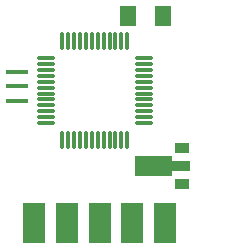
<source format=gbr>
%TF.GenerationSoftware,KiCad,Pcbnew,7.0.9*%
%TF.CreationDate,2024-03-27T20:05:08+00:00*%
%TF.ProjectId,USBHIDAdapter,55534248-4944-4416-9461-707465722e6b,rev?*%
%TF.SameCoordinates,Original*%
%TF.FileFunction,Paste,Top*%
%TF.FilePolarity,Positive*%
%FSLAX46Y46*%
G04 Gerber Fmt 4.6, Leading zero omitted, Abs format (unit mm)*
G04 Created by KiCad (PCBNEW 7.0.9) date 2024-03-27 20:05:08*
%MOMM*%
%LPD*%
G01*
G04 APERTURE LIST*
G04 Aperture macros list*
%AMRoundRect*
0 Rectangle with rounded corners*
0 $1 Rounding radius*
0 $2 $3 $4 $5 $6 $7 $8 $9 X,Y pos of 4 corners*
0 Add a 4 corners polygon primitive as box body*
4,1,4,$2,$3,$4,$5,$6,$7,$8,$9,$2,$3,0*
0 Add four circle primitives for the rounded corners*
1,1,$1+$1,$2,$3*
1,1,$1+$1,$4,$5*
1,1,$1+$1,$6,$7*
1,1,$1+$1,$8,$9*
0 Add four rect primitives between the rounded corners*
20,1,$1+$1,$2,$3,$4,$5,0*
20,1,$1+$1,$4,$5,$6,$7,0*
20,1,$1+$1,$6,$7,$8,$9,0*
20,1,$1+$1,$8,$9,$2,$3,0*%
%AMFreePoly0*
4,1,9,3.862500,-0.866500,0.737500,-0.866500,0.737500,-0.450000,-0.737500,-0.450000,-0.737500,0.450000,0.737500,0.450000,0.737500,0.866500,3.862500,0.866500,3.862500,-0.866500,3.862500,-0.866500,$1*%
G04 Aperture macros list end*
%ADD10R,1.900000X0.400000*%
%ADD11RoundRect,0.250001X-0.462499X-0.624999X0.462499X-0.624999X0.462499X0.624999X-0.462499X0.624999X0*%
%ADD12R,1.846667X3.480000*%
%ADD13RoundRect,0.075000X-0.662500X-0.075000X0.662500X-0.075000X0.662500X0.075000X-0.662500X0.075000X0*%
%ADD14RoundRect,0.075000X-0.075000X-0.662500X0.075000X-0.662500X0.075000X0.662500X-0.075000X0.662500X0*%
%ADD15R,1.300000X0.900000*%
%ADD16FreePoly0,180.000000*%
G04 APERTURE END LIST*
D10*
%TO.C,Y1*%
X123164600Y-91090600D03*
X123164600Y-89890600D03*
X123164600Y-88690600D03*
%TD*%
D11*
%TO.C,F1*%
X132573700Y-83947000D03*
X135548700Y-83947000D03*
%TD*%
D12*
%TO.C,J1*%
X124635000Y-101498400D03*
X127405000Y-101498400D03*
X130175000Y-101498400D03*
X132945000Y-101498400D03*
X135715000Y-101498400D03*
%TD*%
D13*
%TO.C,U1*%
X125606100Y-87496200D03*
X125606100Y-87996200D03*
X125606100Y-88496200D03*
X125606100Y-88996200D03*
X125606100Y-89496200D03*
X125606100Y-89996200D03*
X125606100Y-90496200D03*
X125606100Y-90996200D03*
X125606100Y-91496200D03*
X125606100Y-91996200D03*
X125606100Y-92496200D03*
X125606100Y-92996200D03*
D14*
X127018600Y-94408700D03*
X127518600Y-94408700D03*
X128018600Y-94408700D03*
X128518600Y-94408700D03*
X129018600Y-94408700D03*
X129518600Y-94408700D03*
X130018600Y-94408700D03*
X130518600Y-94408700D03*
X131018600Y-94408700D03*
X131518600Y-94408700D03*
X132018600Y-94408700D03*
X132518600Y-94408700D03*
D13*
X133931100Y-92996200D03*
X133931100Y-92496200D03*
X133931100Y-91996200D03*
X133931100Y-91496200D03*
X133931100Y-90996200D03*
X133931100Y-90496200D03*
X133931100Y-89996200D03*
X133931100Y-89496200D03*
X133931100Y-88996200D03*
X133931100Y-88496200D03*
X133931100Y-87996200D03*
X133931100Y-87496200D03*
D14*
X132518600Y-86083700D03*
X132018600Y-86083700D03*
X131518600Y-86083700D03*
X131018600Y-86083700D03*
X130518600Y-86083700D03*
X130018600Y-86083700D03*
X129518600Y-86083700D03*
X129018600Y-86083700D03*
X128518600Y-86083700D03*
X128018600Y-86083700D03*
X127518600Y-86083700D03*
X127018600Y-86083700D03*
%TD*%
D15*
%TO.C,U2*%
X137159000Y-98121600D03*
D16*
X137071500Y-96621600D03*
D15*
X137159000Y-95121600D03*
%TD*%
M02*

</source>
